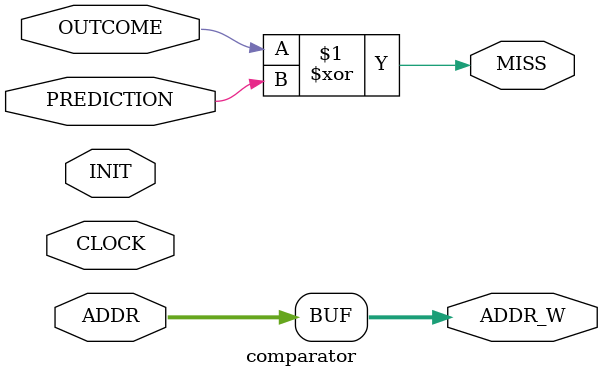
<source format=v>
module comparator(
    input CLOCK,
    input INIT,
    input OUTCOME,
    input [2:0] ADDR,
    input PREDICTION,
    output [2:0] ADDR_W,
    output MISS
);

assign MISS = OUTCOME ^ PREDICTION;
assign ADDR_W = ADDR;

endmodule

</source>
